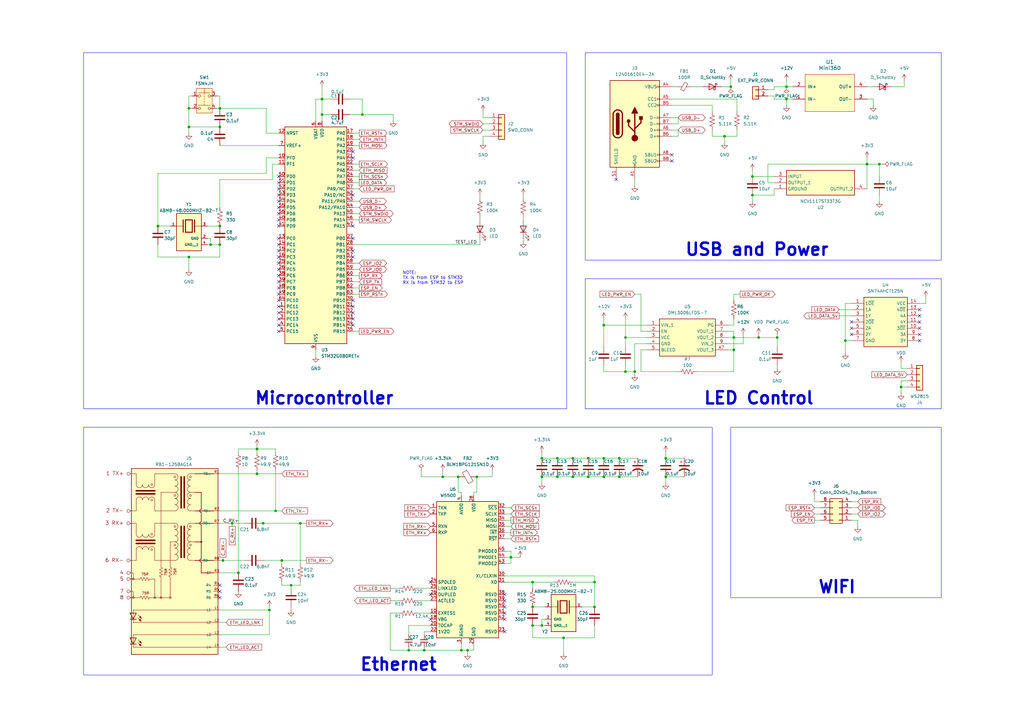
<source format=kicad_sch>
(kicad_sch (version 20230121) (generator eeschema)
  (paper "A3")
  (title_block (title "Microcontroller") (date "2024-01-11") (rev "A") (company "Joseph Ladino"))
  (junction (at 234.95 187.96))
  (junction (at 105.41 194.31))
  (junction (at 119.38 240.03))
  (junction (at 107.95 214.63))
  (junction (at 132.08 46.99))
  (junction (at 95.25 214.63))
  (junction (at 167.64 266.7))
  (junction (at 218.44 256.54))
  (junction (at 311.15 138.43))
  (junction (at 234.95 195.58))
  (junction (at 187.96 195.58))
  (junction (at 228.6 195.58))
  (junction (at 355.6 67.31))
  (junction (at 77.47 44.45))
  (junction (at 308.61 80.01))
  (junction (at 64.77 92.71))
  (junction (at 90.17 52.07))
  (junction (at 218.44 238.76))
  (junction (at 299.72 35.56))
  (junction (at 191.77 266.7))
  (junction (at 90.17 92.71))
  (junction (at 181.61 195.58))
  (junction (at 247.65 187.96))
  (junction (at 228.6 187.96))
  (junction (at 241.3 187.96))
  (junction (at 273.05 187.96))
  (junction (at 113.03 209.55))
  (junction (at 97.79 234.95))
  (junction (at 322.58 40.64))
  (junction (at 256.54 152.4))
  (junction (at 115.57 229.87))
  (junction (at 360.68 67.31))
  (junction (at 241.3 195.58))
  (junction (at 254 195.58))
  (junction (at 308.61 72.39))
  (junction (at 77.47 52.07))
  (junction (at 91.44 229.87))
  (junction (at 256.54 138.43))
  (junction (at 77.47 105.41))
  (junction (at 90.17 100.33))
  (junction (at 231.14 261.62))
  (junction (at 243.84 238.76))
  (junction (at 105.41 184.15))
  (junction (at 318.77 138.43))
  (junction (at 90.17 44.45))
  (junction (at 247.65 133.35))
  (junction (at 300.99 138.43))
  (junction (at 300.99 143.51))
  (junction (at 148.59 46.99))
  (junction (at 346.71 139.7))
  (junction (at 195.58 195.58))
  (junction (at 173.99 266.7))
  (junction (at 369.57 158.75))
  (junction (at 273.05 195.58))
  (junction (at 297.18 55.88))
  (junction (at 132.08 40.64))
  (junction (at 218.44 248.92))
  (junction (at 86.36 100.33))
  (junction (at 222.25 256.54))
  (junction (at 222.25 187.96))
  (junction (at 209.55 228.6))
  (junction (at 254 187.96))
  (junction (at 222.25 195.58))
  (junction (at 247.65 195.58))
  (junction (at 123.19 214.63))
  (junction (at 110.49 250.19))
  (junction (at 189.23 266.7))
  (junction (at 243.84 248.92))
  (junction (at 322.58 35.56))
  (junction (at 260.35 152.4))
  (no_connect (at 114.3 107.95))
  (no_connect (at 377.19 127))
  (no_connect (at 349.25 137.16))
  (no_connect (at 114.3 85.09))
  (no_connect (at 207.01 259.08))
  (no_connect (at 144.78 97.79))
  (no_connect (at 144.78 105.41))
  (no_connect (at 144.78 102.87))
  (no_connect (at 114.3 92.71))
  (no_connect (at 176.53 243.84))
  (no_connect (at 114.3 110.49))
  (no_connect (at 377.19 132.08))
  (no_connect (at 114.3 74.93))
  (no_connect (at 349.25 132.08))
  (no_connect (at 114.3 115.57))
  (no_connect (at 90.17 245.11))
  (no_connect (at 114.3 130.81))
  (no_connect (at 144.78 64.77))
  (no_connect (at 114.3 118.11))
  (no_connect (at 144.78 130.81))
  (no_connect (at 207.01 246.38))
  (no_connect (at 275.59 66.04))
  (no_connect (at 114.3 128.27))
  (no_connect (at 207.01 251.46))
  (no_connect (at 114.3 105.41))
  (no_connect (at 252.73 73.66))
  (no_connect (at 114.3 72.39))
  (no_connect (at 377.19 137.16))
  (no_connect (at 114.3 125.73))
  (no_connect (at 377.19 129.54))
  (no_connect (at 90.17 240.03))
  (no_connect (at 275.59 63.5))
  (no_connect (at 144.78 92.71))
  (no_connect (at 349.25 134.62))
  (no_connect (at 207.01 243.84))
  (no_connect (at 114.3 113.03))
  (no_connect (at 114.3 100.33))
  (no_connect (at 114.3 120.65))
  (no_connect (at 207.01 248.92))
  (no_connect (at 176.53 254))
  (no_connect (at 114.3 77.47))
  (no_connect (at 144.78 128.27))
  (no_connect (at 114.3 90.17))
  (no_connect (at 114.3 80.01))
  (no_connect (at 144.78 123.19))
  (no_connect (at 90.17 242.57))
  (no_connect (at 114.3 97.79))
  (no_connect (at 114.3 87.63))
  (no_connect (at 114.3 82.55))
  (no_connect (at 144.78 62.23))
  (no_connect (at 114.3 123.19))
  (no_connect (at 114.3 133.35))
  (no_connect (at 176.53 238.76))
  (no_connect (at 377.19 134.62))
  (no_connect (at 144.78 80.01))
  (no_connect (at 114.3 135.89))
  (no_connect (at 377.19 139.7))
  (no_connect (at 114.3 102.87))
  (no_connect (at 207.01 254))
  (no_connect (at 144.78 133.35))
  (no_connect (at 144.78 125.73))
  (wire (pts (xy 198.12 55.88) (xy 200.66 55.88)))
  (wire (pts (xy 325.12 35.56) (xy 322.58 35.56)))
  (wire (pts (xy 314.96 67.31) (xy 314.96 74.93)))
  (wire (pts (xy 144.78 57.15) (xy 147.32 57.15)))
  (wire (pts (xy 351.79 208.28) (xy 349.25 208.28)))
  (wire (pts (xy 275.59 43.18) (xy 292.1 43.18)))
  (wire (pts (xy 207.01 210.82) (xy 209.55 210.82)))
  (wire (pts (xy 90.17 209.55) (xy 113.03 209.55)))
  (wire (pts (xy 247.65 187.96) (xy 254 187.96)))
  (wire (pts (xy 144.78 54.61) (xy 147.32 54.61)))
  (wire (pts (xy 167.64 266.7) (xy 160.02 266.7)))
  (wire (pts (xy 317.5 77.47) (xy 317.5 80.01)))
  (wire (pts (xy 275.59 53.34) (xy 278.13 53.34)))
  (wire (pts (xy 144.78 72.39) (xy 147.32 72.39)))
  (wire (pts (xy 298.45 133.35) (xy 300.99 133.35)))
  (wire (pts (xy 198.12 53.34) (xy 200.66 53.34)))
  (wire (pts (xy 207.01 208.28) (xy 209.55 208.28)))
  (wire (pts (xy 132.08 46.99) (xy 135.89 46.99)))
  (wire (pts (xy 317.5 39.37) (xy 317.5 40.64)))
  (wire (pts (xy 318.77 138.43) (xy 318.77 142.24)))
  (wire (pts (xy 144.78 107.95) (xy 147.32 107.95)))
  (wire (pts (xy 64.77 71.12) (xy 64.77 92.71)))
  (wire (pts (xy 214.63 80.01) (xy 214.63 81.28)))
  (wire (pts (xy 214.63 90.17) (xy 214.63 88.9)))
  (wire (pts (xy 173.99 266.7) (xy 173.99 265.43)))
  (wire (pts (xy 173.99 260.35) (xy 173.99 259.08)))
  (wire (pts (xy 273.05 195.58) (xy 273.05 198.12)))
  (wire (pts (xy 298.45 138.43) (xy 300.99 138.43)))
  (wire (pts (xy 187.96 195.58) (xy 181.61 195.58)))
  (wire (pts (xy 129.54 40.64) (xy 129.54 49.53)))
  (wire (pts (xy 64.77 71.12) (xy 109.22 71.12)))
  (wire (pts (xy 260.35 73.66) (xy 260.35 76.2)))
  (wire (pts (xy 218.44 238.76) (xy 218.44 241.3)))
  (wire (pts (xy 314.96 39.37) (xy 317.5 39.37)))
  (wire (pts (xy 260.35 140.97) (xy 260.35 152.4)))
  (wire (pts (xy 191.77 266.7) (xy 191.77 267.97)))
  (wire (pts (xy 97.79 184.15) (xy 97.79 185.42)))
  (wire (pts (xy 265.43 135.89) (xy 262.89 135.89)))
  (wire (pts (xy 292.1 53.34) (xy 292.1 55.88)))
  (wire (pts (xy 113.03 184.15) (xy 113.03 185.42)))
  (wire (pts (xy 195.58 195.58) (xy 195.58 201.93)))
  (wire (pts (xy 171.45 246.38) (xy 176.53 246.38)))
  (wire (pts (xy 77.47 44.45) (xy 77.47 52.07)))
  (wire (pts (xy 241.3 187.96) (xy 247.65 187.96)))
  (wire (pts (xy 77.47 105.41) (xy 90.17 105.41)))
  (wire (pts (xy 95.25 215.9) (xy 95.25 214.63)))
  (wire (pts (xy 77.47 39.37) (xy 78.74 39.37)))
  (wire (pts (xy 334.01 210.82) (xy 336.55 210.82)))
  (wire (pts (xy 85.09 92.71) (xy 90.17 92.71)))
  (wire (pts (xy 243.84 238.76) (xy 243.84 248.92)))
  (wire (pts (xy 144.78 120.65) (xy 147.32 120.65)))
  (wire (pts (xy 346.71 139.7) (xy 346.71 144.78)))
  (wire (pts (xy 214.63 99.06) (xy 214.63 97.79)))
  (wire (pts (xy 334.01 208.28) (xy 336.55 208.28)))
  (wire (pts (xy 90.17 194.31) (xy 105.41 194.31)))
  (wire (pts (xy 234.95 187.96) (xy 241.3 187.96)))
  (wire (pts (xy 86.36 97.79) (xy 86.36 100.33)))
  (wire (pts (xy 77.47 52.07) (xy 90.17 52.07)))
  (wire (pts (xy 379.73 124.46) (xy 377.19 124.46)))
  (wire (pts (xy 243.84 248.92) (xy 238.76 248.92)))
  (wire (pts (xy 302.26 53.34) (xy 302.26 55.88)))
  (wire (pts (xy 247.65 152.4) (xy 256.54 152.4)))
  (wire (pts (xy 317.5 80.01) (xy 308.61 80.01)))
  (wire (pts (xy 273.05 185.42) (xy 273.05 187.96)))
  (wire (pts (xy 101.6 214.63) (xy 107.95 214.63)))
  (wire (pts (xy 308.61 80.01) (xy 308.61 82.55)))
  (wire (pts (xy 111.76 73.66) (xy 111.76 67.31)))
  (wire (pts (xy 207.01 220.98) (xy 209.55 220.98)))
  (wire (pts (xy 372.11 156.21) (xy 369.57 156.21)))
  (wire (pts (xy 262.89 135.89) (xy 262.89 120.65)))
  (wire (pts (xy 344.17 127) (xy 349.25 127)))
  (wire (pts (xy 247.65 133.35) (xy 247.65 142.24)))
  (wire (pts (xy 256.54 138.43) (xy 256.54 130.81)))
  (wire (pts (xy 300.99 138.43) (xy 311.15 138.43)))
  (wire (pts (xy 123.19 238.76) (xy 123.19 240.03)))
  (wire (pts (xy 209.55 228.6) (xy 213.36 228.6)))
  (wire (pts (xy 254 187.96) (xy 261.62 187.96)))
  (wire (pts (xy 275.59 35.56) (xy 278.13 35.56)))
  (wire (pts (xy 95.25 214.63) (xy 100.33 214.63)))
  (wire (pts (xy 90.17 234.95) (xy 97.79 234.95)))
  (wire (pts (xy 194.31 266.7) (xy 191.77 266.7)))
  (wire (pts (xy 113.03 209.55) (xy 113.03 193.04)))
  (wire (pts (xy 300.99 152.4) (xy 300.99 143.51)))
  (wire (pts (xy 361.95 67.31) (xy 360.68 67.31)))
  (wire (pts (xy 292.1 45.72) (xy 292.1 43.18)))
  (wire (pts (xy 132.08 40.64) (xy 135.89 40.64)))
  (wire (pts (xy 171.45 241.3) (xy 176.53 241.3)))
  (wire (pts (xy 365.76 35.56) (xy 370.84 35.56)))
  (wire (pts (xy 349.25 205.74) (xy 351.79 205.74)))
  (wire (pts (xy 254 195.58) (xy 261.62 195.58)))
  (wire (pts (xy 129.54 143.51) (xy 129.54 146.05)))
  (wire (pts (xy 91.44 228.6) (xy 91.44 229.87)))
  (wire (pts (xy 90.17 100.33) (xy 90.17 105.41)))
  (wire (pts (xy 109.22 54.61) (xy 114.3 54.61)))
  (wire (pts (xy 115.57 229.87) (xy 107.95 229.87)))
  (wire (pts (xy 311.15 137.16) (xy 311.15 138.43)))
  (wire (pts (xy 160.02 251.46) (xy 160.02 266.7)))
  (wire (pts (xy 90.17 85.09) (xy 90.17 73.66)))
  (wire (pts (xy 105.41 184.15) (xy 97.79 184.15)))
  (wire (pts (xy 322.58 35.56) (xy 322.58 33.02)))
  (wire (pts (xy 97.79 193.04) (xy 97.79 234.95)))
  (wire (pts (xy 370.84 33.02) (xy 370.84 35.56)))
  (wire (pts (xy 143.51 46.99) (xy 148.59 46.99)))
  (wire (pts (xy 109.22 44.45) (xy 109.22 54.61)))
  (wire (pts (xy 207.01 236.22) (xy 243.84 236.22)))
  (wire (pts (xy 358.14 40.64) (xy 355.6 40.64)))
  (wire (pts (xy 90.17 59.69) (xy 114.3 59.69)))
  (wire (pts (xy 379.73 121.92) (xy 379.73 124.46)))
  (wire (pts (xy 260.35 152.4) (xy 260.35 153.67)))
  (wire (pts (xy 189.23 201.93) (xy 189.23 203.2)))
  (wire (pts (xy 304.8 140.97) (xy 298.45 140.97)))
  (wire (pts (xy 123.19 214.63) (xy 107.95 214.63)))
  (wire (pts (xy 194.31 264.16) (xy 194.31 266.7)))
  (wire (pts (xy 355.6 67.31) (xy 360.68 67.31)))
  (wire (pts (xy 336.55 205.74) (xy 334.01 205.74)))
  (wire (pts (xy 115.57 229.87) (xy 125.73 229.87)))
  (wire (pts (xy 223.52 256.54) (xy 222.25 256.54)))
  (wire (pts (xy 90.17 44.45) (xy 90.17 39.37)))
  (wire (pts (xy 110.49 250.19) (xy 90.17 250.19)))
  (wire (pts (xy 144.78 82.55) (xy 147.32 82.55)))
  (wire (pts (xy 144.78 135.89) (xy 147.32 135.89)))
  (wire (pts (xy 77.47 105.41) (xy 77.47 110.49)))
  (wire (pts (xy 110.49 260.35) (xy 110.49 250.19)))
  (wire (pts (xy 207.01 228.6) (xy 209.55 228.6)))
  (wire (pts (xy 247.65 133.35) (xy 247.65 130.81)))
  (wire (pts (xy 144.78 118.11) (xy 147.32 118.11)))
  (wire (pts (xy 241.3 195.58) (xy 247.65 195.58)))
  (wire (pts (xy 300.99 130.81) (xy 300.99 133.35)))
  (wire (pts (xy 196.85 80.01) (xy 196.85 81.28)))
  (wire (pts (xy 231.14 261.62) (xy 231.14 267.97)))
  (wire (pts (xy 299.72 35.56) (xy 295.91 35.56)))
  (wire (pts (xy 275.59 40.64) (xy 302.26 40.64)))
  (wire (pts (xy 132.08 35.56) (xy 132.08 40.64)))
  (wire (pts (xy 85.09 97.79) (xy 86.36 97.79)))
  (wire (pts (xy 358.14 40.64) (xy 358.14 43.18)))
  (wire (pts (xy 228.6 195.58) (xy 234.95 195.58)))
  (wire (pts (xy 148.59 40.64) (xy 148.59 46.99)))
  (wire (pts (xy 344.17 129.54) (xy 349.25 129.54)))
  (wire (pts (xy 144.78 100.33) (xy 196.85 100.33)))
  (wire (pts (xy 198.12 48.26) (xy 198.12 45.72)))
  (wire (pts (xy 243.84 256.54) (xy 243.84 261.62)))
  (wire (pts (xy 262.89 152.4) (xy 262.89 143.51)))
  (wire (pts (xy 161.29 46.99) (xy 161.29 49.53)))
  (wire (pts (xy 223.52 254) (xy 222.25 254)))
  (wire (pts (xy 144.78 87.63) (xy 147.32 87.63)))
  (wire (pts (xy 369.57 156.21) (xy 369.57 158.75)))
  (wire (pts (xy 300.99 138.43) (xy 300.99 135.89)))
  (wire (pts (xy 349.25 139.7) (xy 346.71 139.7)))
  (wire (pts (xy 123.19 214.63) (xy 125.73 214.63)))
  (wire (pts (xy 207.01 213.36) (xy 209.55 213.36)))
  (wire (pts (xy 105.41 194.31) (xy 105.41 193.04)))
  (wire (pts (xy 207.01 215.9) (xy 209.55 215.9)))
  (wire (pts (xy 317.5 35.56) (xy 317.5 36.83)))
  (wire (pts (xy 372.11 158.75) (xy 369.57 158.75)))
  (wire (pts (xy 355.6 67.31) (xy 314.96 67.31)))
  (wire (pts (xy 299.72 33.02) (xy 299.72 35.56)))
  (wire (pts (xy 198.12 48.26) (xy 200.66 48.26)))
  (wire (pts (xy 92.71 255.27) (xy 90.17 255.27)))
  (wire (pts (xy 222.25 195.58) (xy 228.6 195.58)))
  (wire (pts (xy 90.17 260.35) (xy 110.49 260.35)))
  (wire (pts (xy 318.77 149.86) (xy 318.77 151.13)))
  (wire (pts (xy 171.45 251.46) (xy 176.53 251.46)))
  (wire (pts (xy 113.03 209.55) (xy 115.57 209.55)))
  (wire (pts (xy 278.13 55.88) (xy 275.59 55.88)))
  (wire (pts (xy 265.43 140.97) (xy 260.35 140.97)))
  (wire (pts (xy 64.77 92.71) (xy 69.85 92.71)))
  (wire (pts (xy 90.17 73.66) (xy 111.76 73.66)))
  (wire (pts (xy 318.77 137.16) (xy 318.77 138.43)))
  (wire (pts (xy 227.33 238.76) (xy 218.44 238.76)))
  (wire (pts (xy 243.84 238.76) (xy 234.95 238.76)))
  (wire (pts (xy 278.13 50.8) (xy 278.13 48.26)))
  (wire (pts (xy 144.78 67.31) (xy 147.32 67.31)))
  (wire (pts (xy 247.65 133.35) (xy 265.43 133.35)))
  (wire (pts (xy 85.09 100.33) (xy 86.36 100.33)))
  (wire (pts (xy 346.71 124.46) (xy 346.71 139.7)))
  (wire (pts (xy 187.96 201.93) (xy 189.23 201.93)))
  (wire (pts (xy 256.54 138.43) (xy 256.54 142.24)))
  (wire (pts (xy 334.01 213.36) (xy 336.55 213.36)))
  (wire (pts (xy 115.57 231.14) (xy 115.57 229.87)))
  (wire (pts (xy 223.52 248.92) (xy 218.44 248.92)))
  (wire (pts (xy 300.99 120.65) (xy 300.99 123.19)))
  (wire (pts (xy 304.8 137.16) (xy 304.8 140.97)))
  (wire (pts (xy 144.78 90.17) (xy 147.32 90.17)))
  (wire (pts (xy 273.05 195.58) (xy 280.67 195.58)))
  (wire (pts (xy 92.71 265.43) (xy 90.17 265.43)))
  (wire (pts (xy 167.64 266.7) (xy 173.99 266.7)))
  (wire (pts (xy 109.22 64.77) (xy 114.3 64.77)))
  (wire (pts (xy 285.75 152.4) (xy 300.99 152.4)))
  (wire (pts (xy 351.79 213.36) (xy 349.25 213.36)))
  (wire (pts (xy 275.59 50.8) (xy 278.13 50.8)))
  (wire (pts (xy 222.25 185.42) (xy 222.25 187.96)))
  (wire (pts (xy 243.84 236.22) (xy 243.84 238.76)))
  (wire (pts (xy 300.99 143.51) (xy 300.99 138.43)))
  (wire (pts (xy 218.44 256.54) (xy 218.44 261.62)))
  (wire (pts (xy 355.6 35.56) (xy 358.14 35.56)))
  (wire (pts (xy 222.25 254) (xy 222.25 256.54)))
  (wire (pts (xy 163.83 251.46) (xy 160.02 251.46)))
  (wire (pts (xy 265.43 138.43) (xy 256.54 138.43)))
  (wire (pts (xy 129.54 40.64) (xy 132.08 40.64)))
  (wire (pts (xy 297.18 55.88) (xy 297.18 58.42)))
  (wire (pts (xy 160.02 241.3) (xy 163.83 241.3)))
  (wire (pts (xy 77.47 52.07) (xy 77.47 54.61)))
  (wire (pts (xy 77.47 44.45) (xy 78.74 44.45)))
  (wire (pts (xy 115.57 240.03) (xy 115.57 238.76)))
  (wire (pts (xy 222.25 195.58) (xy 222.25 198.12)))
  (wire (pts (xy 119.38 240.03) (xy 115.57 240.03)))
  (wire (pts (xy 283.21 35.56) (xy 288.29 35.56)))
  (wire (pts (xy 292.1 55.88) (xy 297.18 55.88)))
  (wire (pts (xy 86.36 100.33) (xy 90.17 100.33)))
  (wire (pts (xy 64.77 100.33) (xy 64.77 105.41)))
  (wire (pts (xy 110.49 248.92) (xy 110.49 250.19)))
  (wire (pts (xy 132.08 46.99) (xy 132.08 49.53)))
  (wire (pts (xy 91.44 229.87) (xy 100.33 229.87)))
  (wire (pts (xy 123.19 240.03) (xy 119.38 240.03)))
  (wire (pts (xy 334.01 205.74) (xy 334.01 203.2)))
  (wire (pts (xy 209.55 228.6) (xy 209.55 226.06)))
  (wire (pts (xy 308.61 69.85) (xy 308.61 72.39)))
  (wire (pts (xy 198.12 50.8) (xy 200.66 50.8)))
  (wire (pts (xy 172.72 195.58) (xy 172.72 193.04)))
  (wire (pts (xy 173.99 266.7) (xy 189.23 266.7)))
  (wire (pts (xy 195.58 201.93) (xy 194.31 201.93)))
  (wire (pts (xy 207.01 218.44) (xy 209.55 218.44)))
  (wire (pts (xy 351.79 215.9) (xy 351.79 213.36)))
  (wire (pts (xy 297.18 55.88) (xy 302.26 55.88)))
  (wire (pts (xy 77.47 105.41) (xy 64.77 105.41)))
  (wire (pts (xy 322.58 35.56) (xy 317.5 35.56)))
  (wire (pts (xy 194.31 201.93) (xy 194.31 203.2)))
  (wire (pts (xy 278.13 152.4) (xy 262.89 152.4)))
  (wire (pts (xy 222.25 187.96) (xy 228.6 187.96)))
  (wire (pts (xy 234.95 195.58) (xy 241.3 195.58)))
  (wire (pts (xy 300.99 120.65) (xy 303.53 120.65)))
  (wire (pts (xy 372.11 151.13) (xy 369.57 151.13)))
  (wire (pts (xy 300.99 135.89) (xy 298.45 135.89)))
  (wire (pts (xy 231.14 261.62) (xy 218.44 261.62)))
  (wire (pts (xy 262.89 120.65) (xy 260.35 120.65)))
  (wire (pts (xy 105.41 182.88) (xy 105.41 184.15)))
  (wire (pts (xy 314.96 74.93) (xy 317.5 74.93)))
  (wire (pts (xy 132.08 40.64) (xy 132.08 46.99)))
  (wire (pts (xy 160.02 246.38) (xy 163.83 246.38)))
  (wire (pts (xy 189.23 266.7) (xy 191.77 266.7)))
  (wire (pts (xy 349.25 124.46) (xy 346.71 124.46)))
  (wire (pts (xy 322.58 40.64) (xy 322.58 43.18)))
  (wire (pts (xy 143.51 40.64) (xy 148.59 40.64)))
  (wire (pts (xy 181.61 195.58) (xy 172.72 195.58)))
  (wire (pts (xy 119.38 240.03) (xy 119.38 241.3)))
  (wire (pts (xy 201.93 195.58) (xy 201.93 193.04)))
  (wire (pts (xy 109.22 71.12) (xy 109.22 64.77)))
  (wire (pts (xy 355.6 64.77) (xy 355.6 67.31)))
  (wire (pts (xy 262.89 143.51) (xy 265.43 143.51)))
  (wire (pts (xy 355.6 67.31) (xy 355.6 77.47)))
  (wire (pts (xy 105.41 184.15) (xy 105.41 185.42)))
  (wire (pts (xy 198.12 58.42) (xy 198.12 55.88)))
  (wire (pts (xy 314.96 36.83) (xy 317.5 36.83)))
  (wire (pts (xy 308.61 72.39) (xy 317.5 72.39)))
  (wire (pts (xy 90.17 44.45) (xy 109.22 44.45)))
  (wire (pts (xy 196.85 88.9) (xy 196.85 90.17)))
  (wire (pts (xy 247.65 195.58) (xy 254 195.58)))
  (wire (pts (xy 317.5 40.64) (xy 322.58 40.64)))
  (wire (pts (xy 144.78 85.09) (xy 147.32 85.09)))
  (wire (pts (xy 77.47 44.45) (xy 77.47 39.37)))
  (wire (pts (xy 247.65 149.86) (xy 247.65 152.4)))
  (wire (pts (xy 123.19 231.14) (xy 123.19 214.63)))
  (wire (pts (xy 181.61 193.04) (xy 181.61 195.58)))
  (wire (pts (xy 207.01 238.76) (xy 218.44 238.76)))
  (wire (pts (xy 144.78 77.47) (xy 147.32 77.47)))
  (wire (pts (xy 167.64 256.54) (xy 167.64 260.35)))
  (wire (pts (xy 196.85 97.79) (xy 196.85 100.33)))
  (wire (pts (xy 195.58 195.58) (xy 201.93 195.58)))
  (wire (pts (xy 275.59 48.26) (xy 278.13 48.26)))
  (wire (pts (xy 144.78 59.69) (xy 147.32 59.69)))
  (wire (pts (xy 318.77 138.43) (xy 311.15 138.43)))
  (wire (pts (xy 88.9 44.45) (xy 90.17 44.45)))
  (wire (pts (xy 173.99 259.08) (xy 176.53 259.08)))
  (wire (pts (xy 369.57 148.59) (xy 369.57 151.13)))
  (wire (pts (xy 105.41 194.31) (xy 115.57 194.31)))
  (wire (pts (xy 228.6 187.96) (xy 234.95 187.96)))
  (wire (pts (xy 119.38 248.92) (xy 119.38 250.19)))
  (wire (pts (xy 298.45 143.51) (xy 300.99 143.51)))
  (wire (pts (xy 231.14 261.62) (xy 243.84 261.62)))
  (wire (pts (xy 302.26 45.72) (xy 302.26 40.64)))
  (wire (pts (xy 90.17 214.63) (xy 95.25 214.63)))
  (wire (pts (xy 273.05 187.96) (xy 280.67 187.96)))
  (wire (pts (xy 187.96 195.58) (xy 187.96 201.93)))
  (wire (pts (xy 176.53 256.54) (xy 167.64 256.54)))
  (wire (pts (xy 161.29 46.99) (xy 148.59 46.99)))
  (wire (pts (xy 325.12 40.64) (xy 322.58 40.64)))
  (wire (pts (xy 189.23 264.16) (xy 189.23 266.7)))
  (wire (pts (xy 209.55 231.14) (xy 207.01 231.14)))
  (wire (pts (xy 209.55 226.06) (xy 207.01 226.06)))
  (wire (pts (xy 369.57 158.75) (xy 369.57 161.29)))
  (wire (pts (xy 144.78 115.57) (xy 147.32 115.57)))
  (wire (pts (xy 90.17 229.87) (xy 91.44 229.87)))
  (wire (pts (xy 90.17 39.37) (xy 88.9 39.37)))
  (wire (pts (xy 111.76 67.31) (xy 114.3 67.31)))
  (wire (pts (xy 360.68 80.01) (xy 360.68 82.55)))
  (wire (pts (xy 144.78 113.03) (xy 147.32 113.03)))
  (wire (pts (xy 256.54 149.86) (xy 256.54 152.4)))
  (wire (pts (xy 278.13 53.34) (xy 278.13 55.88)))
  (wire (pts (xy 256.54 152.4) (xy 260.35 152.4)))
  (wire (pts (xy 105.41 184.15) (xy 113.03 184.15)))
  (wire (pts (xy 222.25 256.54) (xy 218.44 256.54)))
  (wire (pts (xy 360.68 72.39) (xy 360.68 67.31)))
  (wire (pts (xy 144.78 74.93) (xy 147.32 74.93)))
  (wire (pts (xy 167.64 266.7) (xy 167.64 265.43)))
  (wire (pts (xy 144.78 110.49) (xy 147.32 110.49)))
  (wire (pts (xy 144.78 69.85) (xy 147.32 69.85)))
  (wire (pts (xy 351.79 210.82) (xy 349.25 210.82)))
  (wire (pts (xy 209.55 228.6) (xy 209.55 231.14)))
  (rectangle (start 299.72 175.26) (end 386.08 245.11))
  (rectangle (start 240.03 21.59) (end 386.08 106.68))
  (rectangle (start 240.03 114.3) (end 386.08 167.64))
  (rectangle (start 34.29 175.26) (end 292.1 276.86))
  (rectangle (start 34.29 21.59) (end 232.41 167.64))
  (text "USB and Power" (at 280.67 105.41 0) (effects (font (size 5 5) (thickness 1) bold) (justify left bottom)))
  (text "LED Control" (at 288.29 166.37 0) (effects (font (size 5 5) (thickness 1) bold) (justify left bottom)))
  (text "WIFI" (at 335.28 243.84 0) (effects (font (size 5 5) (thickness 1) bold) (justify left bottom)))
  (text "Ethernet" (at 147.32 275.59 0) (effects (font (size 5 5) (thickness 1) bold) (justify left bottom)))
  (text "Microcontroller" (at 104.14 166.37 0) (effects (font (size 5 5) (thickness 1) bold) (justify left bottom)))
  (text "NOTE: \nTX is from ESP to STM32\nRX is from STM32 to ESP" (at 165.1 116.84 0) (effects (font (size 1.27 1.27)) (justify left bottom)))
  (label "C_RX+" (at 91.44 214.63 0))
  (label "TEST_LED" (at 186.69 100.33 0))
  (global_label "ETH_RX-" (shape output) (at 125.73 229.87 0) (property "Intersheetrefs" "${INTERSHEET_REFS}" (effects hide)))
  (global_label "ETH_RX-" (shape input) (at 176.53 215.9 180) (property "Intersheetrefs" "${INTERSHEET_REFS}" (effects hide)))
  (global_label "ETH_LED_LNK" (shape input) (at 92.71 255.27 0) (property "Intersheetrefs" "${INTERSHEET_REFS}" (effects hide)))
  (global_label "LED_DATA_5V" (shape input) (at 372.11 153.67 180) (property "Intersheetrefs" "${INTERSHEET_REFS}" (effects hide)))
  (global_label "ESP_RSTn" (shape output) (at 147.32 120.65 0) (property "Intersheetrefs" "${INTERSHEET_REFS}" (effects hide)))
  (global_label "ETH_SCSn" (shape output) (at 147.32 72.39 0) (property "Intersheetrefs" "${INTERSHEET_REFS}" (effects hide)))
  (global_label "ETH_TX-" (shape input) (at 115.57 209.55 0) (property "Intersheetrefs" "${INTERSHEET_REFS}" (effects hide)))
  (global_label "ETH_RX+" (shape input) (at 176.53 218.44 180) (property "Intersheetrefs" "${INTERSHEET_REFS}" (effects hide)))
  (global_label "ETH_TX-" (shape input) (at 176.53 208.28 180) (property "Intersheetrefs" "${INTERSHEET_REFS}" (effects hide)))
  (global_label "LED_PWR_OK" (shape output) (at 303.53 120.65 0) (property "Intersheetrefs" "${INTERSHEET_REFS}" (effects hide)))
  (global_label "ETH_INTn" (shape output) (at 209.55 218.44 0) (property "Intersheetrefs" "${INTERSHEET_REFS}" (effects hide)))
  (global_label "ESP_EN" (shape input) (at 334.01 210.82 180) (property "Intersheetrefs" "${INTERSHEET_REFS}" (effects hide)))
  (global_label "STM_SWDIO" (shape bidirectional) (at 198.12 50.8 180) (property "Intersheetrefs" "${INTERSHEET_REFS}" (effects hide)))
  (global_label "ETH_TX+" (shape input) (at 176.53 210.82 180) (property "Intersheetrefs" "${INTERSHEET_REFS}" (effects hide)))
  (global_label "USB_D-" (shape bidirectional) (at 147.32 82.55 0) (property "Intersheetrefs" "${INTERSHEET_REFS}" (effects hide)))
  (global_label "ESP_TX" (shape output) (at 334.01 213.36 180) (property "Intersheetrefs" "${INTERSHEET_REFS}" (effects hide)))
  (global_label "LED_DATA" (shape input) (at 344.17 127 180) (property "Intersheetrefs" "${INTERSHEET_REFS}" (effects hide)))
  (global_label "ETH_SCSn" (shape input) (at 209.55 208.28 0) (property "Intersheetrefs" "${INTERSHEET_REFS}" (effects hide)))
  (global_label "ETH_MOSI" (shape output) (at 147.32 59.69 0) (property "Intersheetrefs" "${INTERSHEET_REFS}" (effects hide)))
  (global_label "ETH_MISO" (shape output) (at 209.55 213.36 0) (property "Intersheetrefs" "${INTERSHEET_REFS}" (effects hide)))
  (global_label "ETH_TX+" (shape input) (at 115.57 194.31 0) (property "Intersheetrefs" "${INTERSHEET_REFS}" (effects hide)))
  (global_label "ETH_SCLK" (shape input) (at 209.55 210.82 0) (property "Intersheetrefs" "${INTERSHEET_REFS}" (effects hide)))
  (global_label "ETH_LED_LNK" (shape output) (at 160.02 241.3 180) (property "Intersheetrefs" "${INTERSHEET_REFS}" (effects hide)))
  (global_label "ESP_TX" (shape input) (at 147.32 115.57 0) (property "Intersheetrefs" "${INTERSHEET_REFS}" (effects hide)))
  (global_label "STM_SWDIO" (shape bidirectional) (at 147.32 87.63 0) (property "Intersheetrefs" "${INTERSHEET_REFS}" (effects hide)))
  (global_label "ETH_MOSI" (shape input) (at 209.55 215.9 0) (property "Intersheetrefs" "${INTERSHEET_REFS}" (effects hide)))
  (global_label "ESP_RX" (shape input) (at 351.79 205.74 0) (property "Intersheetrefs" "${INTERSHEET_REFS}" (effects hide)))
  (global_label "ETH_LED_ACT" (shape input) (at 92.71 265.43 0) (property "Intersheetrefs" "${INTERSHEET_REFS}" (effects hide)))
  (global_label "LED_PWR_OK" (shape input) (at 147.32 77.47 0) (property "Intersheetrefs" "${INTERSHEET_REFS}" (effects hide)))
  (global_label "ETH_INTn" (shape input) (at 147.32 57.15 0) (property "Intersheetrefs" "${INTERSHEET_REFS}" (effects hide)))
  (global_label "USB_D+" (shape bidirectional) (at 147.32 85.09 0) (property "Intersheetrefs" "${INTERSHEET_REFS}" (effects hide)))
  (global_label "ESP_RX" (shape output) (at 147.32 113.03 0) (property "Intersheetrefs" "${INTERSHEET_REFS}" (effects hide)))
  (global_label "ESP_IO0" (shape bidirectional) (at 351.79 208.28 0) (property "Intersheetrefs" "${INTERSHEET_REFS}" (effects hide)))
  (global_label "ESP_IO0" (shape bidirectional) (at 147.32 110.49 0) (property "Intersheetrefs" "${INTERSHEET_REFS}" (effects hide)))
  (global_label "C_RX-" (shape passive) (at 91.44 228.6 90) (property "Intersheetrefs" "${INTERSHEET_REFS}" (effects hide)))
  (global_label "LED_DATA_5V" (shape output) (at 344.17 129.54 180) (property "Intersheetrefs" "${INTERSHEET_REFS}" (effects hide)))
  (global_label "ETH_LED_ACT" (shape output) (at 160.02 246.38 180) (property "Intersheetrefs" "${INTERSHEET_REFS}" (effects hide)))
  (global_label "ETH_RSTn" (shape output) (at 147.32 54.61 0) (property "Intersheetrefs" "${INTERSHEET_REFS}" (effects hide)))
  (global_label "USB_D-" (shape bidirectional) (at 278.13 48.26 0) (property "Intersheetrefs" "${INTERSHEET_REFS}" (effects hide)))
  (global_label "ESP_IO2" (shape bidirectional) (at 351.79 210.82 0) (property "Intersheetrefs" "${INTERSHEET_REFS}" (effects hide)))
  (global_label "STM_SWCLK" (shape output) (at 147.32 90.17 0) (property "Intersheetrefs" "${INTERSHEET_REFS}" (effects hide)))
  (global_label "C_RX+" (shape passive) (at 95.25 215.9 270) (property "Intersheetrefs" "${INTERSHEET_REFS}" (effects hide)))
  (global_label "ETH_MISO" (shape input) (at 147.32 69.85 0) (property "Intersheetrefs" "${INTERSHEET_REFS}" (effects hide)))
  (global_label "LED_DATA" (shape output) (at 147.32 74.93 0) (property "Intersheetrefs" "${INTERSHEET_REFS}" (effects hide)))
  (global_label "STM_SWCLK" (shape input) (at 198.12 53.34 180) (property "Intersheetrefs" "${INTERSHEET_REFS}" (effects hide)))
  (global_label "ESP_EN" (shape output) (at 147.32 118.11 0) (property "Intersheetrefs" "${INTERSHEET_REFS}" (effects hide)))
  (global_label "ETH_RX+" (shape output) (at 125.73 214.63 0) (property "Intersheetrefs" "${INTERSHEET_REFS}" (effects hide)))
  (global_label "ESP_IO2" (shape bidirectional) (at 147.32 107.95 0) (property "Intersheetrefs" "${INTERSHEET_REFS}" (effects hide)))
  (global_label "USB_D+" (shape bidirectional) (at 278.13 53.34 0) (property "Intersheetrefs" "${INTERSHEET_REFS}" (effects hide)))
  (global_label "LED_PWR_EN" (shape input) (at 260.35 120.65 180) (property "Intersheetrefs" "${INTERSHEET_REFS}" (effects hide)))
  (global_label "ETH_SCLK" (shape output) (at 147.32 67.31 0) (property "Intersheetrefs" "${INTERSHEET_REFS}" (effects hide)))
  (global_label "ETH_RSTn" (shape input) (at 209.55 220.98 0) (property "Intersheetrefs" "${INTERSHEET_REFS}" (effects hide)))
  (global_label "ESP_RSTn" (shape input) (at 334.01 208.28 180) (property "Intersheetrefs" "${INTERSHEET_REFS}" (effects hide)))
  (global_label "LED_PWR_EN" (shape output) (at 147.32 135.89 0) (property "Intersheetrefs" "${INTERSHEET_REFS}" (effects hide)))
  (symbol (lib_id "Connector_Generic:Conn_01x02") (at 309.88 36.83 0) (mirror y) (unit 1)
    (property "Reference" "J1" (at 309.88 30.48 0))
    (property "Value" "EXT_PWR_CONN" (at 309.88 33.02 0))
    (property "Footprint" "Custom Connectors:1x02 M4 RING" (effects hide))
  )
  (symbol (lib_id "power:+3V3") (at 273.05 185.42 0) (unit 1)
    (property "Reference" "#PWR034" (effects hide))
    (property "Value" "+3V3" (at 273.05 180.34 0))
  )
  (symbol (lib_id "Device:C") (at 360.68 76.2 0) (unit 1)
    (property "Reference" "C6" (at 363.22 74.93 0) (effects (justify left)))
    (property "Value" "10uF" (at 363.22 77.47 0) (effects (justify left)))
    (property "Footprint" "Capacitor_SMD:C_0805_2012Metric" (effects hide))
  )
  (symbol (lib_id "Device:R_US") (at 167.64 241.3 270) (unit 1)
    (property "Reference" "R14" (at 163.83 242.57 90))
    (property "Value" "220" (at 171.45 242.57 90))
    (property "Footprint" "Resistor_SMD:R_0603_1608Metric" (effects hide))
  )
  (symbol (lib_id "Device:R_US") (at 231.14 238.76 270) (unit 1)
    (property "Reference" "R13" (at 227.33 240.03 90))
    (property "Value" "1M" (at 234.95 240.03 90))
    (property "Footprint" "Resistor_SMD:R_0603_1608Metric" (effects hide))
  )
  (symbol (lib_id "power:GND") (at 214.63 99.06 0) (unit 1)
    (property "Reference" "#PWR019" (effects hide))
    (property "Value" "GND" (at 214.63 104.14 0))
  )
  (symbol (lib_id "power:+3V3") (at 132.08 35.56 0) (unit 1)
    (property "Reference" "#PWR04" (effects hide))
    (property "Value" "+3V3" (at 132.08 30.48 0))
  )
  (symbol (lib_id "power:GND") (at 369.57 161.29 0) (unit 1)
    (property "Reference" "#PWR031" (effects hide))
    (property "Value" "GND" (at 369.57 166.37 0))
  )
  (symbol (lib_id "Device:C") (at 104.14 214.63 90) (unit 1)
    (property "Reference" "C21" (at 100.33 217.17 90))
    (property "Value" "6.8nF" (at 107.95 217.17 90))
    (property "Footprint" "Capacitor_SMD:C_0603_1608Metric" (effects hide))
  )
  (symbol (lib_id "Device:R_US") (at 167.64 246.38 270) (unit 1)
    (property "Reference" "R16" (at 163.83 247.65 90))
    (property "Value" "220" (at 171.45 247.65 90))
    (property "Footprint" "Resistor_SMD:R_0603_1608Metric" (effects hide))
  )
  (symbol (lib_id "Switch:SW_Push_Dual") (at 83.82 41.91 0) (unit 1)
    (property "Reference" "SW1" (at 83.82 31.75 0))
    (property "Value" "FSM4JH" (at 83.82 34.29 0))
    (property "Footprint" "SamacSys_Parts:FSM4JH" (effects hide))
    (property "Datasheet" "http://www.te.com/commerce/DocumentDelivery/DDEController?Action=showdoc&DocId=Customer+Drawing%7F1825910%7FC9%7Fpdf%7FEnglish%7FENG_CD_1825910_C9.pdf%7F1825910-6" (effects hide))
    (property "Manufacturer_Name" "TE Connectivity" (effects hide))
    (property "Manufacturer_Part_Number" "FSM4JH" (effects hide))
    (property "Mouser Part Number" "506-FSM4JH" (effects hide))
    (property "Mouser Price/Stock" "https://www.mouser.co.uk/ProductDetail/TE-Connectivity-Alcoswitch/FSM4JH?qs=g%252BEszo6zu8OwVWrHD2r3Rw%3D%3D" (effects hide))
    (property "Arrow Part Number" "FSM4JH" (effects hide))
    (property "Arrow Price/Stock" "https://www.arrow.com/en/products/fsm4jh/te-connectivity?region=nac" (effects hide))
  )
  (symbol (lib_id "Device:C") (at 139.7 40.64 90) (unit 1)
    (property "Reference" "C1" (at 138.43 39.37 90) (effects (justify left)))
    (property "Value" "0.1uF" (at 141.2625 37.6073 90) (effects (justify left)))
    (property "Footprint" "Capacitor_SMD:C_0603_1608Metric" (effects hide))
  )
  (symbol (lib_id "power:+5V") (at 379.73 121.92 0) (unit 1)
    (property "Reference" "#PWR021" (effects hide))
    (property "Value" "+5V" (at 379.73 116.84 0))
  )
  (symbol (lib_id "Device:C_Polarized_US") (at 280.67 191.77 0) (unit 1)
    (property "Reference" "C20" (at 280.67 189.23 0) (effects (justify left)))
    (property "Value" "10uF" (at 280.67 194.31 0) (effects (justify left)))
    (property "Footprint" "Capacitor_SMD:CP_Elec_4x5.3" (effects hide))
  )
  (symbol (lib_id "power:PWR_FLAG") (at 361.95 67.31 270) (unit 1)
    (property "Reference" "#FLG03" (effects hide))
    (property "Value" "PWR_FLAG" (at 369.57 67.31 90))
  )
  (symbol (lib_id "power:GND") (at 346.71 144.78 0) (unit 1)
    (property "Reference" "#PWR026" (effects hide))
    (property "Value" "GND" (at 346.71 149.86 0))
  )
  (symbol (lib_id "Device:R_US") (at 218.44 245.11 0) (mirror x) (unit 1)
    (property "Reference" "R15" (at 215.9 243.84 0) (effects (justify right)))
    (property "Value" "330" (at 215.9 246.38 0) (effects (justify right)))
    (property "Footprint" "Resistor_SMD:R_0603_1608Metric" (effects hide))
  )
  (symbol (lib_id "power:GND") (at 97.79 242.57 0) (unit 1)
    (property "Reference" "#PWR042" (effects hide))
    (property "Value" "GND" (at 97.79 247.65 0))
  )
  (symbol (lib_id "Device:C") (at 90.17 55.88 180) (unit 1)
    (property "Reference" "C4" (at 87.63 57.15 0) (effects (justify left)))
    (property "Value" "0.1uF" (at 87.63 54.61 0) (effects (justify left)))
    (property "Footprint" "Capacitor_SMD:C_0603_1608Metric" (effects hide))
  )
  (symbol (lib_id "Device:C") (at 104.14 229.87 90) (unit 1)
    (property "Reference" "C22" (at 100.33 232.41 90))
    (property "Value" "6.8nF" (at 107.95 232.41 90))
    (property "Footprint" "Capacitor_SMD:C_0603_1608Metric" (effects hide))
  )
  (symbol (lib_id "power:+3V3") (at 196.85 80.01 0) (unit 1)
    (property "Reference" "#PWR015" (effects hide))
    (property "Value" "+3V3" (at 196.85 74.93 0))
  )
  (symbol (lib_id "power:+5V") (at 370.84 33.02 0) (unit 1)
    (property "Reference" "#PWR03" (effects hide))
    (property "Value" "+5V" (at 370.84 27.94 0))
  )
  (symbol (lib_id "power:+3V3") (at 213.36 228.6 0) (unit 1)
    (property "Reference" "#PWR041" (effects hide))
    (property "Value" "+3V3" (at 213.36 224.79 0))
  )
  (symbol (lib_id "Device:D_Schottky") (at 361.95 35.56 0) (mirror y) (unit 1)
    (property "Reference" "D2" (at 362.2675 29.21 0))
    (property "Value" "D_Schottky" (at 362.2675 31.75 0))
    (property "Footprint" "Diode_SMD:D_SMB-SMC_Universal_Handsoldering" (effects hide))
  )
  (symbol (lib_id "Device:C") (at 318.77 146.05 180) (unit 1)
    (property "Reference" "C11" (at 312.42 144.78 0) (effects (justify right)))
    (property "Value" "0.1uF" (at 311.15 147.32 0) (effects (justify right)))
    (property "Footprint" "Capacitor_SMD:C_0603_1608Metric" (effects hide))
  )
  (symbol (lib_id "Device:C_Polarized_US") (at 261.62 191.77 0) (unit 1)
    (property "Reference" "C18" (at 261.62 189.23 0) (effects (justify left)))
    (property "Value" "10uF" (at 261.62 194.31 0) (effects (justify left)))
    (property "Footprint" "Capacitor_SMD:CP_Elec_4x5.3" (effects hide))
  )
  (symbol (lib_id "RB1-125BAG1A:RB1-125BAG1A") (at 69.85 229.87 0) (mirror y) (unit 1)
    (property "Reference" "J5" (at 78.74 187.96 0) (effects (justify left)))
    (property "Value" "RB1-125BAG1A" (at 78.74 190.5 0) (effects (justify left)))
    (property "Footprint" "RB1-125BAG1A:WIZNET_RB1-125BAG1A" (effects hide))
    (property "MF" "WIZnet" (effects hide))
    (property "Description" "\n1 Port RJ45 Magjack Connector Through Hole 10/100 Base-T, AutoMDIX\n" (effects hide))
    (property "Package" "None" (effects hide))
    (property "Price" "None" (effects hide))
    (property "Check_prices" "https://www.snapeda.com/parts/RB1-125BAG1A/WIZnet/view-part/?ref=eda" (effects hide))
    (property "SnapEDA_Link" "https://www.snapeda.com/parts/RB1-125BAG1A/WIZnet/view-part/?ref=snap" (effects hide))
    (property "MP" "RB1-125BAG1A" (effects hide))
    (property "Purchase-URL" "https://www.snapeda.com/api/url_track_click_mouser/?unipart_id=226215&manufacturer=WIZnet&part_name=RB1-125BAG1A&search_term=None" (effects hide))
    (property "Availability" "In Stock" (effects hide))
    (property "MANUFACTURER" "WIZnet" (effects hide))
  )
  (symbol (lib_id "Device:C_Small") (at 167.64 262.89 180) (unit 1)
    (property "Reference" "C27" (at 167.7618 261.3182 0) (effects (justify right)))
    (property "Value" "4.7uF" (at 167.8827 264.5227 0) (effects (justify right)))
    (property "Footprint" "Capacitor_SMD:C_0603_1608Metric" (effects hide))
  )
  (symbol (lib_id "Device:R_US") (at 105.41 189.23 0) (unit 1)
    (property "Reference" "R9" (at 106.68 187.96 0) (effects (justify left)))
    (property "Value" "49.9" (at 106.68 190.5 0) (effects (justify left)))
    (property "Footprint" "Resistor_SMD:R_0603_1608Metric" (effects hide))
  )
  (symbol (lib_id "power:GND") (at 191.77 267.97 0) (unit 1)
    (property "Reference" "#PWR045" (effects hide))
    (property "Value" "GND" (at 191.77 273.05 0))
  )
  (symbol (lib_id "power:GND") (at 322.58 43.18 0) (unit 1)
    (property "Reference" "#PWR05" (effects hide))
    (property "Value" "GND" (at 322.58 48.26 0))
  )
  (symbol (lib_id "Device:C_Small") (at 173.99 262.89 180) (unit 1)
    (property "Reference" "C28" (at 174.1118 261.3182 0) (effects (justify right)))
    (property "Value" "10nF" (at 174.2327 264.5227 0) (effects (justify right)))
    (property "Footprint" "Capacitor_SMD:C_0603_1608Metric" (effects hide))
  )
  (symbol (lib_id "power:PWR_FLAG") (at 322.58 35.56 180) (unit 1)
    (property "Reference" "#FLG02" (effects hide))
    (property "Value" "PWR_FLAG" (at 322.58 39.37 0))
  )
  (symbol (lib_id "Device:C") (at 256.54 146.05 180) (unit 1)
    (property "Reference" "C10" (at 251.46 144.78 0) (effects (justify right)))
    (property "Value" "1uF" (at 250.19 147.32 0) (effects (justify right)))
    (property "Footprint" "Capacitor_SMD:C_0603_1608Metric" (effects hide))
  )
  (symbol (lib_id "Device:R_US") (at 113.03 189.23 0) (unit 1)
    (property "Reference" "R10" (at 114.3 187.96 0) (effects (justify left)))
    (property "Value" "49.9" (at 114.3 190.5 0) (effects (justify left)))
    (property "Footprint" "Resistor_SMD:R_0603_1608Metric" (effects hide))
  )
  (symbol (lib_id "power:GND") (at 161.29 49.53 0) (unit 1)
    (property "Reference" "#PWR08" (effects hide))
    (property "Value" "GND" (at 161.29 54.61 0))
  )
  (symbol (lib_id "power:+5V") (at 299.72 33.02 0) (unit 1)
    (property "Reference" "#PWR01" (effects hide))
    (property "Value" "+5V" (at 299.72 27.94 0))
  )
  (symbol (lib_id "Connector_Generic:Conn_01x04") (at 377.19 153.67 0) (unit 1)
    (property "Reference" "J4" (at 377.19 165.1 0))
    (property "Value" "WS2815" (at 377.19 162.56 0))
    (property "Footprint" "Custom Connectors:LED Strip Connector" (effects hide))
  )
  (symbol (lib_id "Device:R_US") (at 90.17 88.9 180) (unit 1)
    (property "Reference" "R5" (at 92.71 87.63 0) (effects (justify right)))
    (property "Value" "330" (at 92.71 90.17 0) (effects (justify right)))
    (property "Footprint" "Resistor_SMD:R_0603_1608Metric" (effects hide))
  )
  (symbol (lib_id "power:+3.3VA") (at 105.41 182.88 0) (unit 1)
    (property "Reference" "#PWR032" (effects hide))
    (property "Value" "+3.3VA" (at 105.41 177.8 0))
  )
  (symbol (lib_id "Device:FerriteBead") (at 191.77 195.58 270) (mirror x) (unit 1)
    (property "Reference" "FB2" (at 191.8208 187.96 90))
    (property "Value" "BLM18PG121SN1D" (at 191.8208 190.5 90))
    (property "Footprint" "SamacSys_Parts:BLM18SP221SN1B" (effects hide))
    (property "Datasheet" "http://www.murata.com/~/media/webrenewal/support/library/catalog/products/emc/emifil/c31e.ashx?la=en-gb" (effects hide))
    (property "Height" "0.95" (effects hide))
    (property "Manufacturer_Name" "Murata Electronics" (effects hide))
    (property "Manufacturer_Part_Number" "BLM18PG121SN1D" (effects hide))
    (property "Mouser Part Number" "81-BLM18PG121SN1D" (effects hide))
    (property "Mouser Price/Stock" "https://www.mouser.co.uk/ProductDetail/Murata-Electronics/BLM18PG121SN1D?qs=tY8e8KZalarVxhnmnUYZ1A%3D%3D" (effects hide))
    (property "Arrow Part Number" "BLM18PG121SN1D" (effects hide))
    (property "Arrow Price/Stock" "https://www.arrow.com/en/products/blm18pg121sn1d/murata-manufacturing?region=nac" (effects hide))
  )
  (symbol (lib_id "Device:C") (at 139.7 46.99 90) (unit 1)
    (property "Reference" "C2" (at 138.43 48.26 90) (effects (justify left)))
    (property "Value" "4.7uF" (at 141.2625 50.3073 90) (effects (justify left)))
    (property "Footprint" "Capacitor_SMD:C_0603_1608Metric" (effects hide))
  )
  (symbol (lib_id "Device:D_Schottky") (at 292.1 35.56 0) (mirror y) (unit 1)
    (property "Reference" "D1" (at 292.4175 29.21 0))
    (property "Value" "D_Schottky" (at 292.4175 31.75 0))
    (property "Footprint" "Diode_SMD:D_SMB-SMC_Universal_Handsoldering" (effects hide))
  )
  (symbol (lib_id "Device:C") (at 273.05 191.77 0) (unit 1)
    (property "Reference" "C19" (at 273.05 189.23 0) (effects (justify left)))
    (property "Value" "0.1uF" (at 273.05 194.31 0) (effects (justify left)))
    (property "Footprint" "Capacitor_SMD:C_0603_1608Metric" (effects hide))
  )
  (symbol (lib_id "power:GND") (at 119.38 250.19 0) (unit 1)
    (property "Reference" "#PWR044" (effects hide))
    (property "Value" "GND" (at 119.38 255.27 0))
  )
  (symbol (lib_id "power:+3V3") (at 334.01 203.2 0) (mirror y) (unit 1)
    (property "Reference" "#PWR039" (effects hide))
    (property "Value" "+3V3" (at 334.01 198.12 0))
  )
  (symbol (lib_id "Device:C") (at 97.79 238.76 0) (unit 1)
    (property "Reference" "C23" (at 100.33 237.49 0) (effects (justify left)))
    (property "Value" "0.1uF" (at 100.33 240.03 0) (effects (justify left)))
    (property "Footprint" "Capacitor_SMD:C_0603_1608Metric" (effects hide))
  )
  (symbol (lib_id "Device:C") (at 90.17 96.52 0) (unit 1)
    (property "Reference" "C8" (at 92.71 95.25 0) (effects (justify left)))
    (property "Value" "30pF" (at 92.71 97.79 0) (effects (justify left)))
    (property "Footprint" "Capacitor_SMD:C_0603_1608Metric" (effects hide))
  )
  (symbol (lib_id "Device:R_US") (at 196.85 85.09 0) (unit 1)
    (property "Reference" "R3" (at 199.39 83.82 0) (effects (justify left)))
    (property "Value" "100K" (at 199.39 86.36 0) (effects (justify left)))
    (property "Footprint" "Resistor_SMD:R_0603_1608Metric" (effects hide))
  )
  (symbol (lib_id "Device:C") (at 119.38 245.11 0) (unit 1)
    (property "Reference" "C24" (at 121.92 243.84 0) (effects (justify left)))
    (property "Value" "10nF" (at 121.92 246.38 0) (effects (justify left)))
    (property "Footprint" "Capacitor_SMD:C_0603_1608Metric" (effects hide))
  )
  (symbol (lib_id "Device:C") (at 254 191.77 0) (unit 1)
    (property "Reference" "C17" (at 254 189.23 0) (effects (justify left)))
    (property "Value" "0.1uF" (at 254 194.31 0) (effects (justify left)))
    (property "Footprint" "Capacitor_SMD:C_0603_1608Metric" (effects hide))
  )
  (symbol (lib_id "Device:C") (at 228.6 191.77 0) (unit 1)
    (property "Reference" "C13" (at 228.6 189.23 0) (effects (justify left)))
    (property "Value" "0.1uF" (at 228.6 194.31 0) (effects (justify left)))
    (property "Footprint" "Capacitor_SMD:C_0603_1608Metric" (effects hide))
  )
  (symbol (lib_id "power:GND") (at 222.25 198.12 0) (unit 1)
    (property "Reference" "#PWR037" (effects hide))
    (property "Value" "GND" (at 222.25 203.2 0))
  )
  (symbol (lib_id "Device:C") (at 308.61 76.2 0) (unit 1)
    (property "Reference" "C5" (at 311.15 74.93 0) (effects (justify left)))
    (property "Value" "10uF" (at 311.15 77.47 0) (effects (justify left)))
    (property "Footprint" "Capacitor_SMD:C_0805_2012Metric" (effects hide))
  )
  (symbol (lib_id "power:PWR_FLAG") (at 299.72 35.56 180) (unit 1)
    (property "Reference" "#FLG01" (effects hide))
    (property "Value" "PWR_FLAG" (at 299.72 39.37 0))
  )
  (symbol (lib_id "power:GND") (at 231.14 267.97 0) (mirror y) (unit 1)
    (property "Reference" "#PWR046" (effects hide))
    (property "Value" "GND" (at 231.14 273.05 0))
  )
  (symbol (lib_id "power:GND") (at 260.35 153.67 0) (unit 1)
    (property "Reference" "#PWR030" (effects hide))
    (property "Value" "GND" (at 260.35 158.75 0))
  )
  (symbol (lib_id "power:GND") (at 351.79 215.9 0) (unit 1)
    (property "Reference" "#PWR040" (effects hide))
    (property "Value" "GND" (at 351.79 220.98 0))
  )
  (symbol (lib_id "Device:C") (at 222.25 191.77 0) (unit 1)
    (property "Reference" "C12" (at 222.25 189.23 0) (effects (justify left)))
    (property "Value" "0.1uF" (at 222.25 194.31 0) (effects (justify left)))
    (property "Footprint" "Capacitor_SMD:C_0603_1608Metric" (effects hide))
  )
  (symbol (lib_id "Device:C") (at 247.65 146.05 180) (unit 1)
    (property "Reference" "C9" (at 242.57 144.78 0) (effects (justify right)))
    (property "Value" "1uF" (at 241.3 147.32 0) (effects (justify right)))
    (property "Footprint" "Capacitor_SMD:C_0603_1608Metric" (effects hide))
  )
  (symbol (lib_id "power:GND") (at 77.47 54.61 0) (unit 1)
    (property "Reference" "#PWR09" (effects hide))
    (property "Value" "GND" (at 77.47 59.69 0))
  )
  (symbol (lib_id "SamacSys_Parts:DML3006LFDS-7") (at 265.43 133.35 0) (unit 1)
    (property "Reference" "U5" (at 281.94 125.73 0))
    (property "Value" "DML3006LFDS-7" (at 281.94 128.27 0))
    (property "Footprint" "SamacSys_Parts:DML3006LFDS7" (effects hide))
    (property "Height" "0.9" (effects hide))
    (property "Mouser Part Number" "621-DML3006LFDS-7" (effects hide))
    (property "Mouser Price/Stock" "https://www.mouser.co.uk/ProductDetail/Diodes-Incorporated/DML3006LFDS-7?qs=YCa%2FAAYMW01AVvNLyFJLCQ%3D%3D" (effects hide))
    (property "Manufacturer_Name" "Diodes Incorporated" (effects hide))
    (property "Manufacturer_Part_Number" "DML3006LFDS-7" (effects hide))
  )
  (symbol (lib_id "Device:R_US") (at 123.19 234.95 0) (unit 1)
    (property "Reference" "R12" (at 124.46 233.68 0) (effects (justify left)))
    (property "Value" "49.9" (at 124.46 236.22 0) (effects (justify left)))
    (property "Footprint" "Resistor_SMD:R_0603_1608Metric" (effects hide))
  )
  (symbol (lib_id "power:GND") (at 260.35 76.2 0) (unit 1)
    (property "Reference" "#PWR014" (effects hide))
    (property "Value" "GND" (at 260.35 81.28 0))
  )
  (symbol (lib_id "power:+3V3") (at 214.63 80.01 0) (unit 1)
    (property "Reference" "#PWR016" (effects hide))
    (property "Value" "+3V3" (at 214.63 74.93 0))
  )
  (symbol (lib_id "Connector_Generic:Conn_02x04_Top_Bottom") (at 344.17 210.82 180) (unit 1)
    (property "Reference" "J6" (at 342.9 199.39 0))
    (property "Value" "Conn_02x04_Top_Bottom" (at 347.98 201.93 0))
    (property "Footprint" "Connector_PinSocket_2.54mm:PinSocket_2x04_P2.54mm_Vertical" (effects hide))
  )
  (symbol (lib_id "Interface_Ethernet:W5500") (at 191.77 233.68 0) (mirror y) (unit 1)
    (property "Reference" "U6" (at 187.0359 200.66 0) (effects (justify left)))
    (property "Value" "W5500" (at 187.0359 203.2 0) (effects (justify left)))
    (property "Footprint" "Package_QFP:LQFP-48_7x7mm_P0.5mm" (effects hide))
    (property "Datasheet" "http://wizwiki.net/wiki/lib/exe/fetch.php/products:w5500:w5500_ds_v109e.pdf" (effects hide))
  )
  (symbol (lib_id "Device:R_US") (at 302.26 49.53 0) (unit 1)
    (property "Reference" "R2" (at 304.8 48.26 0) (effects (justify left)))
    (property "Value" "5.11K" (at 304.8 50.8 0) (effects (justify left)))
    (property "Footprint" "Resistor_SMD:R_0603_1608Metric" (effects hide))
  )
  (symbol (lib_id "power:GND") (at 129.54 146.05 0) (unit 1)
    (property "Reference" "#PWR027" (effects hide))
    (property "Value" "GND" (at 129.54 151.13 0))
  )
  (symbol (lib_id "Device:R_US") (at 214.63 85.09 0) (unit 1)
    (property "Reference" "R4" (at 217.17 83.82 0) (effects (justify left)))
    (property "Value" "100K" (at 217.17 86.36 0) (effects (justify left)))
    (property "Footprint" "Resistor_SMD:R_0603_1608Metric" (effects hide))
  )
  (symbol (lib_id "power:VDD") (at 311.15 137.16 0) (unit 1)
    (property "Reference" "#PWR025" (effects hide))
    (property "Value" "VDD" (at 311.15 132.08 0))
  )
  (symbol (lib_id "power:+3V3") (at 110.49 248.92 0) (unit 1)
    (property "Reference" "#PWR043" (effects hide))
    (property "Value" "+3V3" (at 110.49 243.84 0))
  )
  (symbol (lib_id "power:+3.3VA") (at 222.25 185.42 0) (unit 1)
    (property "Reference" "#PWR033" (effects hide))
    (property "Value" "+3.3VA" (at 222.25 180.34 0))
  )
  (symbol (lib_id "power:VDD") (at 369.57 148.59 0) (unit 1)
    (property "Reference" "#PWR028" (effects hide))
    (property "Value" "VDD" (at 369.57 144.78 0))
  )
  (symbol (lib_id "power:GND") (at 360.68 82.55 0) (unit 1)
    (property "Reference" "#PWR018" (effects hide))
    (property "Value" "GND" (at 360.68 87.63 0))
  )
  (symbol (lib_id "Connector_Generic:Conn_01x04") (at 205.74 50.8 0) (unit 1)
    (property "Reference" "J2" (at 208.28 50.8 0) (effects (justify left)))
    (property "Value" "SWD_CONN" (at 208.28 53.34 0) (effects (justify left)))
    (property "Footprint" "Connector_PinHeader_2.54mm:PinHeader_1x04_P2.54mm_Vertical" (effects hide))
  )
  (symbol (lib_id "power:+3V3") (at 201.93 193.04 0) (mirror y) (unit 1)
    (property "Reference" "#PWR036" (effects hide))
    (property "Value" "+3V3" (at 201.93 187.96 0))
  )
  (symbol (lib_id "Device:C") (at 243.84 252.73 0) (mirror y) (unit 1)
    (property "Reference" "C26" (at 241.3 251.46 0) (effects (justify left)))
    (property "Value" "30pF" (at 241.3 254 0) (effects (justify left)))
    (property "Footprint" "Capacitor_SMD:C_0603_1608Metric" (effects hide))
  )
  (symbol (lib_id "Device:R_US") (at 97.79 189.23 0) (unit 1)
    (property "Reference" "R8" (at 99.06 187.96 0) (effects (justify left)))
    (property "Value" "10" (at 99.06 190.5 0) (effects (justify left)))
    (property "Footprint" "Resistor_SMD:R_0603_1608Metric" (effects hide))
  )
  (symbol (lib_id "Device:R_US") (at 292.1 49.53 0) (unit 1)
    (property "Reference" "R1" (at 294.64 48.26 0) (effects (justify left)))
    (property "Value" "5.11K" (at 294.64 50.8 0) (effects (justify left)))
    (property "Footprint" "Resistor_SMD:R_0603_1608Metric" (effects hide))
  )
  (symbol (lib_id "ABM8-48.000MHZ-B2-T:ABM8-48.000MHZ-B2-T") (at 77.47 92.71 0) (unit 1)
    (property "Reference" "Y1" (at 77.47 83.82 0))
    (property "Value" "ABM8-48.000MHZ-B2-T" (at 77.47 86.36 0))
    (property "Footprint" "SnapEDA Library:XTAL_ABM8-48.000MHZ-B2-T" (effects hide))
    (property "PARTREV" "44041" (effects hide))
    (property "STANDARD" "Manufacturer Recommendations" (effects hide))
    (property "MAXIMUM_PACKAGE_HEIGHT" "0.8 mm" (effects hide))
    (property "MANUFACTURER" "Abracon" (effects hide))
  )
  (symbol (lib_id "power:GND") (at 198.12 58.42 0) (unit 1)
    (property "Reference" "#PWR010" (effects hide))
    (property "Value" "GND" (at 198.12 63.5 0))
  )
  (symbol (lib_id "power:GND") (at 318.77 151.13 0) (unit 1)
    (property "Reference" "#PWR029" (effects hide))
    (property "Value" "GND" (at 318.77 156.21 0))
  )
  (symbol (lib_id "power:+3V3") (at 355.6 64.77 0) (unit 1)
    (property "Reference" "#PWR012" (effects hide))
    (property "Value" "+3V3" (at 355.6 59.69 0))
  )
  (symbol (lib_id "MCU_ST_STM32G0:STM32G0B0RETx") (at 129.54 97.79 0) (unit 1)
    (property "Reference" "U3" (at 131.7341 143.51 0) (effects (justify left)))
    (property "Value" "STM32G0B0RETx" (at 131.7341 146.05 0) (effects (justify left)))
    (property "Footprint" "Package_QFP:LQFP-64_10x10mm_P0.5mm" (effects hide))
    (property "Datasheet" "https://www.st.com/resource/en/datasheet/stm32g0b0re.pdf" (effects hide))
  )
  (symbol (lib_id "power:+3V3") (at 256.54 130.81 0) (unit 1)
    (property "Reference" "#PWR023" (effects hide))
    (property "Value" "+3V3" (at 256.54 125.73 0))
  )
  (symbol (lib_id "power:+12V") (at 322.58 33.02 0) (unit 1)
    (property "Reference" "#PWR02" (effects hide))
    (property "Value" "+12V" (at 322.58 27.94 0))
  )
  (symbol (lib_id "Device:C") (at 234.95 191.77 0) (unit 1)
    (property "Reference" "C14" (at 234.95 189.23 0) (effects (justify left)))
    (property "Value" "0.1uF" (at 234.95 194.31 0) (effects (justify left)))
    (property "Footprint" "Capacitor_SMD:C_0603_1608Metric" (effects hide))
  )
  (symbol (lib_id "power:+5V") (at 308.61 69.85 0) (unit 1)
    (property "Reference" "#PWR013" (effects hide))
    (property "Value" "+5V" (at 308.61 64.77 0))
  )
  (symbol (lib_id "ABM8-48.000MHZ-B2-T:ABM8-48.000MHZ-B2-T") (at 231.14 248.92 0) (mirror y) (unit 1)
    (property "Reference" "Y2" (at 223.52 259.08 0))
    (property "Value" "ABM8-25.000MHZ-B2-T" (at 231.14 242.57 0))
    (property "Footprint" "SnapEDA Library:XTAL_ABM8-48.000MHZ-B2-T" (effects hide))
    (property "PARTREV" "44041" (effects hide))
    (property "STANDARD" "Manufacturer Recommendations" (effects hide))
    (property "MAXIMUM_PACKAGE_HEIGHT" "0.8 mm" (effects hide))
    (property "MANUFACTURER" "Abracon" (effects hide))
  )
  (symbol (lib_id "power:+3V3") (at 198.12 45.72 0) (unit 1)
    (property "Reference" "#PWR07" (effects hide))
    (property "Value" "+3V3" (at 198.12 40.64 0))
  )
  (symbol (lib_id "Device:FerriteBead_Small") (at 280.67 35.56 90) (unit 1)
    (property "Reference" "FB1" (at 280.6319 29.21 90))
    (property "Value" "100R" (at 280.6319 31.75 90))
    (property "Footprint" "Inductor_SMD:L_0805_2012Metric" (effects hide))
  )
  (symbol (lib_id "Device:C") (at 241.3 191.77 0) (unit 1)
    (property "Reference" "C15" (at 241.3 189.23 0) (effects (justify left)))
    (property "Value" "0.1uF" (at 241.3 194.31 0) (effects (justify left)))
    (property "Footprint" "Capacitor_SMD:C_0603_1608Metric" (effects hide))
  )
  (symbol (lib_id "Device:C") (at 64.77 96.52 0) (unit 1)
    (property "Reference" "C7" (at 67.31 95.25 0) (effects (justify left)))
    (property "Value" "30pF" (at 67.31 97.79 0) (effects (justify left)))
    (property "Footprint" "Capacitor_SMD:C_0603_1608Metric" (effects hide))
  )
  (symbol (lib_id "power:GND") (at 308.61 82.55 0) (unit 1)
    (property "Reference" "#PWR017" (effects hide))
    (property "Value" "GND" (at 308.61 87.63 0))
  )
  (symbol (lib_id "mini360:Mini360") (at 340.36 38.1 0) (unit 1)
    (property "Reference" "U1" (at 340.36 25.4 0) (effects (font (size 1.524 1.524))))
    (property "Value" "Mini360" (at 340.36 27.94 0) (effects (font (size 1.524 1.524))))
    (property "Footprint" "Mini360_step-down:Mini360_step-down" (effects hide))
  )
  (symbol (lib_id "power:GND") (at 358.14 43.18 0) (unit 1)
    (property "Reference" "#PWR06" (effects hide))
    (property "Value" "GND" (at 358.14 48.26 0))
  )
  (symbol (lib_id "Connector:USB_C_Receptacle_USB2.0_16P") (at 260.35 50.8 0) (unit 1)
    (property "Reference" "J3" (at 260.35 27.94 0))
    (property "Value" "12401610E4-2A" (at 260.35 30.48 0))
    (property "Footprint" "Connector_USB:USB_C_Receptacle_Amphenol_12401610E4-2A" (effects hide))
    (property "Datasheet" "https://www.usb.org/sites/default/files/documents/usb_type-c.zip" (effects hide))
  )
  (symbol (lib_id "Device:R_US") (at 281.94 152.4 90) (unit 1)
    (property "Reference" "R7" (at 281.94 147.32 90))
    (property "Value" "100" (at 281.94 149.86 90))
    (property "Footprint" "Resistor_SMD:R_0603_1608Metric" (effects hide))
  )
  (symbol (lib_id "Device:C") (at 90.17 48.26 0) (unit 1)
    (property "Reference" "C3" (at 92.71 46.99 0) (effects (justify left)))
    (property "Value" "0.1uF" (at 92.71 49.53 0) (effects (justify left)))
    (property "Footprint" "Capacitor_SMD:C_0603_1608Metric" (effects hide))
  )
  (symbol (lib_id "power:PWR_FLAG") (at 172.72 193.04 0) (unit 1)
    (property "Reference" "#FLG05" (effects hide))
    (property "Value" "PWR_FLAG" (at 172.72 187.96 0))
  )
  (symbol (lib_id "SamacSys_Parts:NCV1117ST33T3G") (at 317.5 77.47 0) (mirror x) (unit 1)
    (property "Reference" "U2" (at 336.55 85.09 0))
    (property "Value" "NCV1117ST33T3G" (at 336.55 82.55 0))
    (property "Footprint" "SamacSys_Parts:SOT230P700X180-4N" (effects hide))
    (property "Datasheet" "http://www.onsemi.com/pub/Collateral/NCP1117-D.PDF" (effects hide))
    (property "Height" "1.8" (effects hide))
    (property "Manufacturer_Name" "onsemi" (effects hide))
    (property "Manufacturer_Part_Number" "NCV1117ST33T3G" (effects hide))
    (property "Mouser Part Number" "863-NCV1117ST33T3G" (effects hide))
    (property "Mouser Price/Stock" "https://www.mouser.co.uk/ProductDetail/onsemi/NCV1117ST33T3G?qs=8sOby8ZxZLHgqg5CFzeqiA%3D%3D" (effects hide))
    (property "Arrow Part Number" "NCV1117ST33T3G" (effects hide))
    (property "Arrow Price/Stock" "https://www.arrow.com/en/products/ncv1117st33t3g/on-semiconductor?region=nac" (effects hide))
  )
  (symbol (lib_id "power:PWR_FLAG") (at 318.77 137.16 0) (unit 1)
    (property "Reference" "#FLG04" (effects hide))
    (property "Value" "PWR_FLAG" (at 318.77 132.08 0))
  )
  (symbol (lib_id "power:+3.3VA") (at 181.61 193.04 0) (mirror y) (unit 1)
    (property "Reference" "#PWR035" (effects hide))
    (property "Value" "+3.3VA" (at 181.61 187.96 0))
  )
  (symbol (lib_id "power:GND") (at 273.05 198.12 0) (unit 1)
    (property "Reference" "#PWR038" (effects hide))
    (property "Value" "GND" (at 273.05 203.2 0))
  )
  (symbol (lib_id "power:+12V") (at 304.8 137.16 0) (unit 1)
    (property "Reference" "#PWR024" (effects hide))
    (property "Value" "+12V" (at 304.8 132.08 0))
  )
  (symbol (lib_id "power:GND") (at 297.18 58.42 0) (unit 1)
    (property "Reference" "#PWR011" (effects hide))
    (property "Value" "GND" (at 297.18 63.5 0))
  )
  (symbol (lib_id "SamacSys_Parts:SN74AHCT125N") (at 349.25 124.46 0) (unit 1)
    (property "Reference" "U4" (at 363.22 116.84 0))
    (property "Value" "SN74AHCT125N" (at 363.22 119.38 0))
    (property "Footprint" "SamacSys_Parts:DIP794W53P254L1930H508Q14N" (effects hide))
    (property "Datasheet" "http://www.ti.com/lit/gpn/sn74ahct125" (effects hide))
    (property "Height" "5.08" (effects hide))
    (property "Manufacturer_Name" "Texas Instruments" (effects hide))
    (property "Manufacturer_Part_Number" "SN74AHCT125N" (effects hide))
    (property "Mouser Part Number" "595-SN74AHCT125N" (effects hide))
    (property "Mouser Price/Stock" "https://www.mouser.co.uk/ProductDetail/Texas-Instruments/SN74AHCT125N?qs=1wQRf3HkBjyxwrHMwAiMfw%3D%3D" (effects hide))
    (property "Arrow Part Number" "SN74AHCT125N" (effects hide))
    (property "Arrow Price/Stock" "https://www.arrow.com/en/products/sn74ahct125n/texas-instruments?region=nac" (effects hide))
  )
  (symbol (lib_id "Device:R_US") (at 115.57 234.95 0) (unit 1)
    (property "Reference" "R11" (at 116.84 233.68 0) (effects (justify left)))
    (property "Value" "49.9" (at 116.84 236.22 0) (effects (justify left)))
    (property "Footprint" "Resistor_SMD:R_0603_1608Metric" (effects hide))
  )
  (symbol (lib_id "Device:LED") (at 196.85 93.98 90) (unit 1)
    (property "Reference" "D3" (at 200.66 94.2975 90) (effects (justify right)))
    (property "Value" "LED" (at 200.66 96.8375 90) (effects (justify right)))
    (property "Footprint" "LED_SMD:LED_0603_1608Metric" (effects hide))
  )
  (symbol (lib_id "Device:C") (at 218.44 252.73 0) (mirror y) (unit 1)
    (property "Reference" "C25" (at 215.9 251.46 0) (effects (justify left)))
    (property "Value" "30pF" (at 215.9 254 0) (effects (justify left)))
    (property "Footprint" "Capacitor_SMD:C_0603_1608Metric" (effects hide))
  )
  (symbol (lib_id "Device:LED") (at 214.63 93.98 90) (unit 1)
    (property "Reference" "D4" (at 218.44 94.2975 90) (effects (justify right)))
    (property "Value" "LED" (at 218.44 96.8375 90) (effects (justify right)))
    (property "Footprint" "LED_SMD:LED_0603_1608Metric" (effects hide))
  )
  (symbol (lib_id "power:GND") (at 77.47 110.49 0) (unit 1)
    (property "Reference" "#PWR020" (effects hide))
    (property "Value" "GND" (at 77.47 115.57 0))
  )
  (symbol (lib_id "Device:R_US") (at 167.64 251.46 270) (unit 1)
    (property "Reference" "R17" (at 163.83 252.73 90))
    (property "Value" "12.4K" (at 170.18 252.73 90) (effects (justify left)))
    (property "Footprint" "Resistor_SMD:R_0603_1608Metric" (effects hide))
  )
  (symbol (lib_id "Device:R_US") (at 300.99 127 180) (unit 1)
    (property "Reference" "R6" (at 302.26 125.73 0) (effects (justify right)))
    (property "Value" "100K" (at 302.26 128.27 0) (effects (justify right)))
    (property "Footprint" "Resistor_SMD:R_0603_1608Metric" (effects hide))
  )
  (symbol (lib_id "power:+12V") (at 247.65 130.81 0) (unit 1)
    (property "Reference" "#PWR022" (effects hide))
    (property "Value" "+12V" (at 247.65 125.73 0))
  )
  (symbol (lib_id "Device:C") (at 247.65 191.77 0) (unit 1)
    (property "Reference" "C16" (at 247.65 189.23 0) (effects (justify left)))
    (property "Value" "0.1uF" (at 247.65 194.31 0) (effects (justify left)))
    (property "Footprint" "Capacitor_SMD:C_0603_1608Metric" (effects hide))
  )
)
</source>
